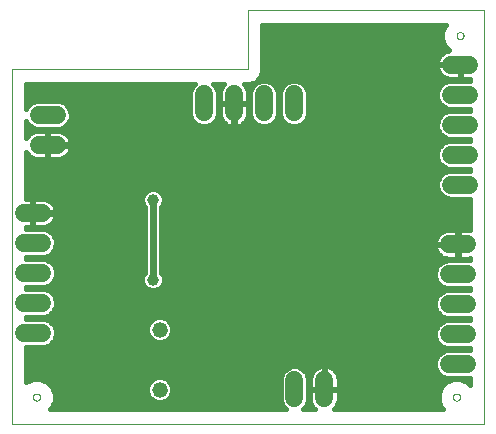
<source format=gbl>
G75*
%MOIN*%
%OFA0B0*%
%FSLAX25Y25*%
%IPPOS*%
%LPD*%
%AMOC8*
5,1,8,0,0,1.08239X$1,22.5*
%
%ADD10C,0.00000*%
%ADD11C,0.06000*%
%ADD12C,0.05200*%
%ADD13C,0.01600*%
%ADD14C,0.03962*%
%ADD15C,0.02400*%
D10*
X0002092Y0002201D02*
X0002092Y0120311D01*
X0080832Y0120311D01*
X0080832Y0139996D01*
X0159572Y0139996D01*
X0159572Y0002201D01*
X0002092Y0002201D01*
X0009179Y0011059D02*
X0009181Y0011128D01*
X0009187Y0011196D01*
X0009197Y0011264D01*
X0009211Y0011331D01*
X0009229Y0011398D01*
X0009250Y0011463D01*
X0009276Y0011527D01*
X0009305Y0011589D01*
X0009337Y0011649D01*
X0009373Y0011708D01*
X0009413Y0011764D01*
X0009455Y0011818D01*
X0009501Y0011869D01*
X0009550Y0011918D01*
X0009601Y0011964D01*
X0009655Y0012006D01*
X0009711Y0012046D01*
X0009769Y0012082D01*
X0009830Y0012114D01*
X0009892Y0012143D01*
X0009956Y0012169D01*
X0010021Y0012190D01*
X0010088Y0012208D01*
X0010155Y0012222D01*
X0010223Y0012232D01*
X0010291Y0012238D01*
X0010360Y0012240D01*
X0010429Y0012238D01*
X0010497Y0012232D01*
X0010565Y0012222D01*
X0010632Y0012208D01*
X0010699Y0012190D01*
X0010764Y0012169D01*
X0010828Y0012143D01*
X0010890Y0012114D01*
X0010950Y0012082D01*
X0011009Y0012046D01*
X0011065Y0012006D01*
X0011119Y0011964D01*
X0011170Y0011918D01*
X0011219Y0011869D01*
X0011265Y0011818D01*
X0011307Y0011764D01*
X0011347Y0011708D01*
X0011383Y0011649D01*
X0011415Y0011589D01*
X0011444Y0011527D01*
X0011470Y0011463D01*
X0011491Y0011398D01*
X0011509Y0011331D01*
X0011523Y0011264D01*
X0011533Y0011196D01*
X0011539Y0011128D01*
X0011541Y0011059D01*
X0011539Y0010990D01*
X0011533Y0010922D01*
X0011523Y0010854D01*
X0011509Y0010787D01*
X0011491Y0010720D01*
X0011470Y0010655D01*
X0011444Y0010591D01*
X0011415Y0010529D01*
X0011383Y0010468D01*
X0011347Y0010410D01*
X0011307Y0010354D01*
X0011265Y0010300D01*
X0011219Y0010249D01*
X0011170Y0010200D01*
X0011119Y0010154D01*
X0011065Y0010112D01*
X0011009Y0010072D01*
X0010951Y0010036D01*
X0010890Y0010004D01*
X0010828Y0009975D01*
X0010764Y0009949D01*
X0010699Y0009928D01*
X0010632Y0009910D01*
X0010565Y0009896D01*
X0010497Y0009886D01*
X0010429Y0009880D01*
X0010360Y0009878D01*
X0010291Y0009880D01*
X0010223Y0009886D01*
X0010155Y0009896D01*
X0010088Y0009910D01*
X0010021Y0009928D01*
X0009956Y0009949D01*
X0009892Y0009975D01*
X0009830Y0010004D01*
X0009769Y0010036D01*
X0009711Y0010072D01*
X0009655Y0010112D01*
X0009601Y0010154D01*
X0009550Y0010200D01*
X0009501Y0010249D01*
X0009455Y0010300D01*
X0009413Y0010354D01*
X0009373Y0010410D01*
X0009337Y0010468D01*
X0009305Y0010529D01*
X0009276Y0010591D01*
X0009250Y0010655D01*
X0009229Y0010720D01*
X0009211Y0010787D01*
X0009197Y0010854D01*
X0009187Y0010922D01*
X0009181Y0010990D01*
X0009179Y0011059D01*
X0149139Y0011059D02*
X0149141Y0011128D01*
X0149147Y0011196D01*
X0149157Y0011264D01*
X0149171Y0011331D01*
X0149189Y0011398D01*
X0149210Y0011463D01*
X0149236Y0011527D01*
X0149265Y0011589D01*
X0149297Y0011649D01*
X0149333Y0011708D01*
X0149373Y0011764D01*
X0149415Y0011818D01*
X0149461Y0011869D01*
X0149510Y0011918D01*
X0149561Y0011964D01*
X0149615Y0012006D01*
X0149671Y0012046D01*
X0149729Y0012082D01*
X0149790Y0012114D01*
X0149852Y0012143D01*
X0149916Y0012169D01*
X0149981Y0012190D01*
X0150048Y0012208D01*
X0150115Y0012222D01*
X0150183Y0012232D01*
X0150251Y0012238D01*
X0150320Y0012240D01*
X0150389Y0012238D01*
X0150457Y0012232D01*
X0150525Y0012222D01*
X0150592Y0012208D01*
X0150659Y0012190D01*
X0150724Y0012169D01*
X0150788Y0012143D01*
X0150850Y0012114D01*
X0150910Y0012082D01*
X0150969Y0012046D01*
X0151025Y0012006D01*
X0151079Y0011964D01*
X0151130Y0011918D01*
X0151179Y0011869D01*
X0151225Y0011818D01*
X0151267Y0011764D01*
X0151307Y0011708D01*
X0151343Y0011649D01*
X0151375Y0011589D01*
X0151404Y0011527D01*
X0151430Y0011463D01*
X0151451Y0011398D01*
X0151469Y0011331D01*
X0151483Y0011264D01*
X0151493Y0011196D01*
X0151499Y0011128D01*
X0151501Y0011059D01*
X0151499Y0010990D01*
X0151493Y0010922D01*
X0151483Y0010854D01*
X0151469Y0010787D01*
X0151451Y0010720D01*
X0151430Y0010655D01*
X0151404Y0010591D01*
X0151375Y0010529D01*
X0151343Y0010468D01*
X0151307Y0010410D01*
X0151267Y0010354D01*
X0151225Y0010300D01*
X0151179Y0010249D01*
X0151130Y0010200D01*
X0151079Y0010154D01*
X0151025Y0010112D01*
X0150969Y0010072D01*
X0150911Y0010036D01*
X0150850Y0010004D01*
X0150788Y0009975D01*
X0150724Y0009949D01*
X0150659Y0009928D01*
X0150592Y0009910D01*
X0150525Y0009896D01*
X0150457Y0009886D01*
X0150389Y0009880D01*
X0150320Y0009878D01*
X0150251Y0009880D01*
X0150183Y0009886D01*
X0150115Y0009896D01*
X0150048Y0009910D01*
X0149981Y0009928D01*
X0149916Y0009949D01*
X0149852Y0009975D01*
X0149790Y0010004D01*
X0149729Y0010036D01*
X0149671Y0010072D01*
X0149615Y0010112D01*
X0149561Y0010154D01*
X0149510Y0010200D01*
X0149461Y0010249D01*
X0149415Y0010300D01*
X0149373Y0010354D01*
X0149333Y0010410D01*
X0149297Y0010468D01*
X0149265Y0010529D01*
X0149236Y0010591D01*
X0149210Y0010655D01*
X0149189Y0010720D01*
X0149171Y0010787D01*
X0149157Y0010854D01*
X0149147Y0010922D01*
X0149141Y0010990D01*
X0149139Y0011059D01*
X0150321Y0131531D02*
X0150323Y0131600D01*
X0150329Y0131668D01*
X0150339Y0131736D01*
X0150353Y0131803D01*
X0150371Y0131870D01*
X0150392Y0131935D01*
X0150418Y0131999D01*
X0150447Y0132061D01*
X0150479Y0132121D01*
X0150515Y0132180D01*
X0150555Y0132236D01*
X0150597Y0132290D01*
X0150643Y0132341D01*
X0150692Y0132390D01*
X0150743Y0132436D01*
X0150797Y0132478D01*
X0150853Y0132518D01*
X0150911Y0132554D01*
X0150972Y0132586D01*
X0151034Y0132615D01*
X0151098Y0132641D01*
X0151163Y0132662D01*
X0151230Y0132680D01*
X0151297Y0132694D01*
X0151365Y0132704D01*
X0151433Y0132710D01*
X0151502Y0132712D01*
X0151571Y0132710D01*
X0151639Y0132704D01*
X0151707Y0132694D01*
X0151774Y0132680D01*
X0151841Y0132662D01*
X0151906Y0132641D01*
X0151970Y0132615D01*
X0152032Y0132586D01*
X0152092Y0132554D01*
X0152151Y0132518D01*
X0152207Y0132478D01*
X0152261Y0132436D01*
X0152312Y0132390D01*
X0152361Y0132341D01*
X0152407Y0132290D01*
X0152449Y0132236D01*
X0152489Y0132180D01*
X0152525Y0132121D01*
X0152557Y0132061D01*
X0152586Y0131999D01*
X0152612Y0131935D01*
X0152633Y0131870D01*
X0152651Y0131803D01*
X0152665Y0131736D01*
X0152675Y0131668D01*
X0152681Y0131600D01*
X0152683Y0131531D01*
X0152681Y0131462D01*
X0152675Y0131394D01*
X0152665Y0131326D01*
X0152651Y0131259D01*
X0152633Y0131192D01*
X0152612Y0131127D01*
X0152586Y0131063D01*
X0152557Y0131001D01*
X0152525Y0130940D01*
X0152489Y0130882D01*
X0152449Y0130826D01*
X0152407Y0130772D01*
X0152361Y0130721D01*
X0152312Y0130672D01*
X0152261Y0130626D01*
X0152207Y0130584D01*
X0152151Y0130544D01*
X0152093Y0130508D01*
X0152032Y0130476D01*
X0151970Y0130447D01*
X0151906Y0130421D01*
X0151841Y0130400D01*
X0151774Y0130382D01*
X0151707Y0130368D01*
X0151639Y0130358D01*
X0151571Y0130352D01*
X0151502Y0130350D01*
X0151433Y0130352D01*
X0151365Y0130358D01*
X0151297Y0130368D01*
X0151230Y0130382D01*
X0151163Y0130400D01*
X0151098Y0130421D01*
X0151034Y0130447D01*
X0150972Y0130476D01*
X0150911Y0130508D01*
X0150853Y0130544D01*
X0150797Y0130584D01*
X0150743Y0130626D01*
X0150692Y0130672D01*
X0150643Y0130721D01*
X0150597Y0130772D01*
X0150555Y0130826D01*
X0150515Y0130882D01*
X0150479Y0130940D01*
X0150447Y0131001D01*
X0150418Y0131063D01*
X0150392Y0131127D01*
X0150371Y0131192D01*
X0150353Y0131259D01*
X0150339Y0131326D01*
X0150329Y0131394D01*
X0150323Y0131462D01*
X0150321Y0131531D01*
D11*
X0148541Y0121846D02*
X0154541Y0121846D01*
X0154541Y0111846D02*
X0148541Y0111846D01*
X0148541Y0101846D02*
X0154541Y0101846D01*
X0154541Y0091846D02*
X0148541Y0091846D01*
X0148541Y0081846D02*
X0154541Y0081846D01*
X0153832Y0062004D02*
X0147832Y0062004D01*
X0147832Y0052004D02*
X0153832Y0052004D01*
X0153832Y0042004D02*
X0147832Y0042004D01*
X0147832Y0032004D02*
X0153832Y0032004D01*
X0153832Y0022004D02*
X0147832Y0022004D01*
X0106265Y0016657D02*
X0106265Y0010657D01*
X0096265Y0010657D02*
X0096265Y0016657D01*
X0012100Y0032437D02*
X0006100Y0032437D01*
X0006100Y0042437D02*
X0012100Y0042437D01*
X0012100Y0052437D02*
X0006100Y0052437D01*
X0006100Y0062437D02*
X0012100Y0062437D01*
X0012100Y0072437D02*
X0006100Y0072437D01*
X0011061Y0095075D02*
X0017061Y0095075D01*
X0017061Y0105075D02*
X0011061Y0105075D01*
X0066147Y0105933D02*
X0066147Y0111933D01*
X0076147Y0111933D02*
X0076147Y0105933D01*
X0086147Y0105933D02*
X0086147Y0111933D01*
X0096147Y0111933D02*
X0096147Y0105933D01*
D12*
X0051423Y0033500D03*
X0051423Y0013500D03*
D13*
X0047584Y0011792D02*
X0016341Y0011792D01*
X0016341Y0012249D02*
X0015430Y0014447D01*
X0013748Y0016130D01*
X0011550Y0017040D01*
X0009170Y0017040D01*
X0006972Y0016130D01*
X0006892Y0016050D01*
X0006892Y0027837D01*
X0013015Y0027837D01*
X0014706Y0028537D01*
X0016000Y0029831D01*
X0016700Y0031522D01*
X0016700Y0033352D01*
X0016000Y0035043D01*
X0014706Y0036337D01*
X0013015Y0037037D01*
X0006892Y0037037D01*
X0006892Y0037837D01*
X0013015Y0037837D01*
X0014706Y0038537D01*
X0016000Y0039831D01*
X0016700Y0041522D01*
X0016700Y0043352D01*
X0016000Y0045043D01*
X0014706Y0046337D01*
X0013015Y0047037D01*
X0006892Y0047037D01*
X0006892Y0047837D01*
X0013015Y0047837D01*
X0014706Y0048537D01*
X0016000Y0049831D01*
X0016700Y0051522D01*
X0016700Y0053352D01*
X0016000Y0055043D01*
X0014706Y0056337D01*
X0013015Y0057037D01*
X0006892Y0057037D01*
X0006892Y0057837D01*
X0013015Y0057837D01*
X0014706Y0058537D01*
X0016000Y0059831D01*
X0016700Y0061522D01*
X0016700Y0063352D01*
X0016000Y0065043D01*
X0014706Y0066337D01*
X0013015Y0067037D01*
X0006892Y0067037D01*
X0006892Y0067637D01*
X0008900Y0067637D01*
X0008900Y0072237D01*
X0009300Y0072237D01*
X0009300Y0067637D01*
X0012478Y0067637D01*
X0013224Y0067755D01*
X0013943Y0067989D01*
X0014616Y0068332D01*
X0015227Y0068776D01*
X0015761Y0069310D01*
X0016205Y0069921D01*
X0016548Y0070594D01*
X0016782Y0071313D01*
X0016900Y0072059D01*
X0016900Y0072237D01*
X0009300Y0072237D01*
X0009300Y0072637D01*
X0016900Y0072637D01*
X0016900Y0072815D01*
X0016782Y0073561D01*
X0016548Y0074280D01*
X0016205Y0074953D01*
X0015761Y0075564D01*
X0015227Y0076098D01*
X0014616Y0076542D01*
X0013943Y0076885D01*
X0013224Y0077119D01*
X0012478Y0077237D01*
X0009300Y0077237D01*
X0009300Y0072637D01*
X0008900Y0072637D01*
X0008900Y0077237D01*
X0006892Y0077237D01*
X0006892Y0092683D01*
X0006955Y0092559D01*
X0007399Y0091948D01*
X0007934Y0091414D01*
X0008545Y0090969D01*
X0009218Y0090626D01*
X0009937Y0090393D01*
X0010683Y0090275D01*
X0013861Y0090275D01*
X0013861Y0094875D01*
X0014261Y0094875D01*
X0014261Y0095275D01*
X0021861Y0095275D01*
X0021861Y0095453D01*
X0021742Y0096199D01*
X0021509Y0096917D01*
X0021166Y0097591D01*
X0020722Y0098202D01*
X0020188Y0098736D01*
X0019576Y0099180D01*
X0018903Y0099523D01*
X0018185Y0099757D01*
X0017438Y0099875D01*
X0014261Y0099875D01*
X0014261Y0095275D01*
X0013861Y0095275D01*
X0013861Y0099875D01*
X0010683Y0099875D01*
X0009937Y0099757D01*
X0009218Y0099523D01*
X0008545Y0099180D01*
X0007934Y0098736D01*
X0007399Y0098202D01*
X0006955Y0097591D01*
X0006892Y0097467D01*
X0006892Y0103118D01*
X0007161Y0102469D01*
X0008455Y0101175D01*
X0010146Y0100475D01*
X0017976Y0100475D01*
X0019666Y0101175D01*
X0020960Y0102469D01*
X0021661Y0104160D01*
X0021661Y0105990D01*
X0020960Y0107680D01*
X0019666Y0108974D01*
X0017976Y0109675D01*
X0010146Y0109675D01*
X0008455Y0108974D01*
X0007161Y0107680D01*
X0006892Y0107031D01*
X0006892Y0115511D01*
X0063220Y0115511D01*
X0062248Y0114539D01*
X0061547Y0112848D01*
X0061547Y0105018D01*
X0062248Y0103327D01*
X0063542Y0102033D01*
X0065232Y0101333D01*
X0067062Y0101333D01*
X0068753Y0102033D01*
X0070047Y0103327D01*
X0070747Y0105018D01*
X0070747Y0112848D01*
X0070047Y0114539D01*
X0069075Y0115511D01*
X0072937Y0115511D01*
X0072486Y0115060D01*
X0072042Y0114449D01*
X0071699Y0113776D01*
X0071465Y0113057D01*
X0071347Y0112311D01*
X0071347Y0109133D01*
X0075947Y0109133D01*
X0075947Y0108733D01*
X0071347Y0108733D01*
X0071347Y0105555D01*
X0071465Y0104809D01*
X0071699Y0104091D01*
X0072042Y0103417D01*
X0072486Y0102806D01*
X0073020Y0102272D01*
X0073631Y0101828D01*
X0074305Y0101485D01*
X0075023Y0101251D01*
X0075769Y0101133D01*
X0075947Y0101133D01*
X0075947Y0108733D01*
X0076347Y0108733D01*
X0076347Y0101133D01*
X0076525Y0101133D01*
X0077271Y0101251D01*
X0077990Y0101485D01*
X0078663Y0101828D01*
X0079274Y0102272D01*
X0079808Y0102806D01*
X0080253Y0103417D01*
X0080596Y0104091D01*
X0080829Y0104809D01*
X0080947Y0105555D01*
X0080947Y0108733D01*
X0076347Y0108733D01*
X0076347Y0109133D01*
X0080947Y0109133D01*
X0080947Y0112311D01*
X0080829Y0113057D01*
X0080596Y0113776D01*
X0080253Y0114449D01*
X0079808Y0115060D01*
X0079357Y0115511D01*
X0081787Y0115511D01*
X0083551Y0116242D01*
X0084902Y0117592D01*
X0085632Y0119356D01*
X0085632Y0135196D01*
X0146708Y0135196D01*
X0146431Y0134920D01*
X0145520Y0132721D01*
X0145520Y0130342D01*
X0146431Y0128143D01*
X0147960Y0126614D01*
X0147417Y0126528D01*
X0146698Y0126295D01*
X0146025Y0125952D01*
X0145414Y0125508D01*
X0144880Y0124973D01*
X0144436Y0124362D01*
X0144093Y0123689D01*
X0143859Y0122970D01*
X0143741Y0122224D01*
X0143741Y0122046D01*
X0151341Y0122046D01*
X0151341Y0121646D01*
X0151741Y0121646D01*
X0151741Y0117046D01*
X0154772Y0117046D01*
X0154772Y0116446D01*
X0147626Y0116446D01*
X0145935Y0115746D01*
X0144641Y0114452D01*
X0143941Y0112761D01*
X0143941Y0110931D01*
X0144641Y0109241D01*
X0145935Y0107947D01*
X0147626Y0107246D01*
X0154772Y0107246D01*
X0154772Y0106446D01*
X0147626Y0106446D01*
X0145935Y0105746D01*
X0144641Y0104452D01*
X0143941Y0102761D01*
X0143941Y0100931D01*
X0144641Y0099241D01*
X0145935Y0097947D01*
X0147626Y0097246D01*
X0154772Y0097246D01*
X0154772Y0096446D01*
X0147626Y0096446D01*
X0145935Y0095746D01*
X0144641Y0094452D01*
X0143941Y0092761D01*
X0143941Y0090931D01*
X0144641Y0089241D01*
X0145935Y0087947D01*
X0147626Y0087246D01*
X0154772Y0087246D01*
X0154772Y0086446D01*
X0147626Y0086446D01*
X0145935Y0085746D01*
X0144641Y0084452D01*
X0143941Y0082761D01*
X0143941Y0080931D01*
X0144641Y0079241D01*
X0145935Y0077947D01*
X0147626Y0077246D01*
X0154772Y0077246D01*
X0154772Y0066715D01*
X0154210Y0066804D01*
X0151032Y0066804D01*
X0151032Y0062204D01*
X0150632Y0062204D01*
X0150632Y0061804D01*
X0143032Y0061804D01*
X0143032Y0061626D01*
X0143150Y0060880D01*
X0143384Y0060161D01*
X0143727Y0059488D01*
X0144171Y0058877D01*
X0144705Y0058343D01*
X0145317Y0057899D01*
X0145990Y0057556D01*
X0146708Y0057322D01*
X0147455Y0057204D01*
X0150632Y0057204D01*
X0150632Y0061804D01*
X0151032Y0061804D01*
X0151032Y0057204D01*
X0154210Y0057204D01*
X0154772Y0057293D01*
X0154772Y0056593D01*
X0154747Y0056604D01*
X0146917Y0056604D01*
X0145227Y0055904D01*
X0143933Y0054610D01*
X0143232Y0052919D01*
X0143232Y0051089D01*
X0143933Y0049398D01*
X0145227Y0048104D01*
X0146917Y0047404D01*
X0154747Y0047404D01*
X0154772Y0047414D01*
X0154772Y0046593D01*
X0154747Y0046604D01*
X0146917Y0046604D01*
X0145227Y0045904D01*
X0143933Y0044610D01*
X0143232Y0042919D01*
X0143232Y0041089D01*
X0143933Y0039398D01*
X0145227Y0038104D01*
X0146917Y0037404D01*
X0154747Y0037404D01*
X0154772Y0037414D01*
X0154772Y0036593D01*
X0154747Y0036604D01*
X0146917Y0036604D01*
X0145227Y0035904D01*
X0143933Y0034610D01*
X0143232Y0032919D01*
X0143232Y0031089D01*
X0143933Y0029398D01*
X0145227Y0028104D01*
X0146917Y0027404D01*
X0154747Y0027404D01*
X0154772Y0027414D01*
X0154772Y0026593D01*
X0154747Y0026604D01*
X0146917Y0026604D01*
X0145227Y0025904D01*
X0143933Y0024610D01*
X0143232Y0022919D01*
X0143232Y0021089D01*
X0143933Y0019398D01*
X0145227Y0018104D01*
X0146917Y0017404D01*
X0154747Y0017404D01*
X0154772Y0017414D01*
X0154772Y0015066D01*
X0153708Y0016130D01*
X0151510Y0017040D01*
X0149131Y0017040D01*
X0146932Y0016130D01*
X0145250Y0014447D01*
X0144339Y0012249D01*
X0144339Y0009869D01*
X0145250Y0007671D01*
X0145920Y0007001D01*
X0109397Y0007001D01*
X0109927Y0007530D01*
X0110371Y0008142D01*
X0110714Y0008815D01*
X0110947Y0009533D01*
X0111065Y0010280D01*
X0111065Y0013457D01*
X0106465Y0013457D01*
X0106465Y0013857D01*
X0111065Y0013857D01*
X0111065Y0017035D01*
X0110947Y0017781D01*
X0110714Y0018500D01*
X0110371Y0019173D01*
X0109927Y0019784D01*
X0143773Y0019784D01*
X0145145Y0018186D02*
X0110816Y0018186D01*
X0111065Y0016587D02*
X0148038Y0016587D01*
X0145792Y0014989D02*
X0111065Y0014989D01*
X0111065Y0013390D02*
X0144812Y0013390D01*
X0144339Y0011792D02*
X0111065Y0011792D01*
X0111052Y0010193D02*
X0144339Y0010193D01*
X0144867Y0008595D02*
X0110602Y0008595D01*
X0106065Y0013457D02*
X0101465Y0013457D01*
X0101465Y0010280D01*
X0101584Y0009533D01*
X0101817Y0008815D01*
X0102160Y0008142D01*
X0102604Y0007530D01*
X0103134Y0007001D01*
X0099114Y0007001D01*
X0100165Y0008052D01*
X0100865Y0009742D01*
X0100865Y0017572D01*
X0100165Y0019263D01*
X0098871Y0020557D01*
X0097180Y0021257D01*
X0095350Y0021257D01*
X0093660Y0020557D01*
X0092366Y0019263D01*
X0091665Y0017572D01*
X0091665Y0009742D01*
X0092366Y0008052D01*
X0093417Y0007001D01*
X0014760Y0007001D01*
X0015430Y0007671D01*
X0016341Y0009869D01*
X0016341Y0012249D01*
X0015868Y0013390D02*
X0047223Y0013390D01*
X0047223Y0012665D02*
X0047862Y0011121D01*
X0049044Y0009939D01*
X0050587Y0009300D01*
X0052258Y0009300D01*
X0053802Y0009939D01*
X0054983Y0011121D01*
X0055623Y0012665D01*
X0055623Y0014335D01*
X0054983Y0015879D01*
X0053802Y0017061D01*
X0052258Y0017700D01*
X0050587Y0017700D01*
X0049044Y0017061D01*
X0047862Y0015879D01*
X0047223Y0014335D01*
X0047223Y0012665D01*
X0048790Y0010193D02*
X0016341Y0010193D01*
X0015813Y0008595D02*
X0092141Y0008595D01*
X0091665Y0010193D02*
X0054056Y0010193D01*
X0055261Y0011792D02*
X0091665Y0011792D01*
X0091665Y0013390D02*
X0055623Y0013390D01*
X0055352Y0014989D02*
X0091665Y0014989D01*
X0091665Y0016587D02*
X0054275Y0016587D01*
X0048571Y0016587D02*
X0012643Y0016587D01*
X0014889Y0014989D02*
X0047494Y0014989D01*
X0050587Y0029300D02*
X0052258Y0029300D01*
X0053802Y0029939D01*
X0054983Y0031121D01*
X0055623Y0032665D01*
X0055623Y0034335D01*
X0054983Y0035879D01*
X0053802Y0037061D01*
X0052258Y0037700D01*
X0050587Y0037700D01*
X0049044Y0037061D01*
X0047862Y0035879D01*
X0047223Y0034335D01*
X0047223Y0032665D01*
X0047862Y0031121D01*
X0049044Y0029939D01*
X0050587Y0029300D01*
X0050405Y0029375D02*
X0015544Y0029375D01*
X0016473Y0030974D02*
X0048009Y0030974D01*
X0047261Y0032573D02*
X0016700Y0032573D01*
X0016361Y0034171D02*
X0047223Y0034171D01*
X0047817Y0035770D02*
X0015273Y0035770D01*
X0015135Y0038967D02*
X0144364Y0038967D01*
X0143449Y0040565D02*
X0016304Y0040565D01*
X0016700Y0042164D02*
X0143232Y0042164D01*
X0143582Y0043762D02*
X0016530Y0043762D01*
X0015682Y0045361D02*
X0144684Y0045361D01*
X0144773Y0048558D02*
X0052322Y0048558D01*
X0052175Y0048204D02*
X0052720Y0049520D01*
X0052720Y0050945D01*
X0052175Y0052261D01*
X0051939Y0052497D01*
X0051939Y0074543D01*
X0052175Y0074779D01*
X0052720Y0076095D01*
X0052720Y0077519D01*
X0052175Y0078836D01*
X0051168Y0079843D01*
X0049852Y0080388D01*
X0048427Y0080388D01*
X0047111Y0079843D01*
X0046103Y0078836D01*
X0045558Y0077519D01*
X0045558Y0076095D01*
X0046103Y0074779D01*
X0046339Y0074543D01*
X0046339Y0052497D01*
X0046103Y0052261D01*
X0045558Y0050945D01*
X0045558Y0049520D01*
X0046103Y0048204D01*
X0047111Y0047196D01*
X0048427Y0046651D01*
X0049852Y0046651D01*
X0051168Y0047196D01*
X0052175Y0048204D01*
X0050595Y0046959D02*
X0154772Y0046959D01*
X0146788Y0056550D02*
X0051939Y0056550D01*
X0051939Y0054952D02*
X0144275Y0054952D01*
X0143412Y0053353D02*
X0051939Y0053353D01*
X0052385Y0051755D02*
X0143232Y0051755D01*
X0143619Y0050156D02*
X0052720Y0050156D01*
X0047684Y0046959D02*
X0013203Y0046959D01*
X0014726Y0048558D02*
X0045957Y0048558D01*
X0045558Y0050156D02*
X0016134Y0050156D01*
X0016700Y0051755D02*
X0045894Y0051755D01*
X0046339Y0053353D02*
X0016700Y0053353D01*
X0016037Y0054952D02*
X0046339Y0054952D01*
X0046339Y0056550D02*
X0014190Y0056550D01*
X0013767Y0058149D02*
X0046339Y0058149D01*
X0046339Y0059747D02*
X0015916Y0059747D01*
X0016627Y0061346D02*
X0046339Y0061346D01*
X0046339Y0062944D02*
X0016700Y0062944D01*
X0016207Y0064543D02*
X0046339Y0064543D01*
X0046339Y0066141D02*
X0014901Y0066141D01*
X0013126Y0067740D02*
X0046339Y0067740D01*
X0046339Y0069338D02*
X0015782Y0069338D01*
X0016660Y0070937D02*
X0046339Y0070937D01*
X0046339Y0072535D02*
X0009300Y0072535D01*
X0009300Y0070937D02*
X0008900Y0070937D01*
X0008900Y0069338D02*
X0009300Y0069338D01*
X0009300Y0067740D02*
X0008900Y0067740D01*
X0008900Y0074134D02*
X0009300Y0074134D01*
X0009300Y0075732D02*
X0008900Y0075732D01*
X0006892Y0077331D02*
X0045558Y0077331D01*
X0045708Y0075732D02*
X0015593Y0075732D01*
X0016596Y0074134D02*
X0046339Y0074134D01*
X0046197Y0078929D02*
X0006892Y0078929D01*
X0006892Y0080528D02*
X0144108Y0080528D01*
X0143941Y0082126D02*
X0006892Y0082126D01*
X0006892Y0083725D02*
X0144340Y0083725D01*
X0145512Y0085323D02*
X0006892Y0085323D01*
X0006892Y0086922D02*
X0154772Y0086922D01*
X0145362Y0088520D02*
X0006892Y0088520D01*
X0006892Y0090119D02*
X0144277Y0090119D01*
X0143941Y0091717D02*
X0020491Y0091717D01*
X0020722Y0091948D02*
X0021166Y0092559D01*
X0021509Y0093232D01*
X0021742Y0093951D01*
X0021861Y0094697D01*
X0021861Y0094875D01*
X0014261Y0094875D01*
X0014261Y0090275D01*
X0017438Y0090275D01*
X0018185Y0090393D01*
X0018903Y0090626D01*
X0019576Y0090969D01*
X0020188Y0091414D01*
X0020722Y0091948D01*
X0021536Y0093316D02*
X0144171Y0093316D01*
X0145104Y0094914D02*
X0014261Y0094914D01*
X0014261Y0093316D02*
X0013861Y0093316D01*
X0013861Y0091717D02*
X0014261Y0091717D01*
X0014261Y0096513D02*
X0013861Y0096513D01*
X0013861Y0098111D02*
X0014261Y0098111D01*
X0014261Y0099710D02*
X0013861Y0099710D01*
X0009793Y0099710D02*
X0006892Y0099710D01*
X0006892Y0101308D02*
X0008322Y0101308D01*
X0006980Y0102907D02*
X0006892Y0102907D01*
X0006892Y0098111D02*
X0007334Y0098111D01*
X0007630Y0091717D02*
X0006892Y0091717D01*
X0018328Y0099710D02*
X0144447Y0099710D01*
X0143941Y0101308D02*
X0077447Y0101308D01*
X0076347Y0101308D02*
X0075947Y0101308D01*
X0074847Y0101308D02*
X0019800Y0101308D01*
X0021142Y0102907D02*
X0062668Y0102907D01*
X0061760Y0104506D02*
X0021661Y0104506D01*
X0021613Y0106104D02*
X0061547Y0106104D01*
X0061547Y0107703D02*
X0020938Y0107703D01*
X0018878Y0109301D02*
X0061547Y0109301D01*
X0061547Y0110900D02*
X0006892Y0110900D01*
X0006892Y0112498D02*
X0061547Y0112498D01*
X0062064Y0114097D02*
X0006892Y0114097D01*
X0006892Y0109301D02*
X0009243Y0109301D01*
X0007183Y0107703D02*
X0006892Y0107703D01*
X0020787Y0098111D02*
X0145771Y0098111D01*
X0144001Y0102907D02*
X0099627Y0102907D01*
X0100047Y0103327D02*
X0100747Y0105018D01*
X0100747Y0112848D01*
X0100047Y0114539D01*
X0098753Y0115833D01*
X0097062Y0116533D01*
X0095232Y0116533D01*
X0093542Y0115833D01*
X0092248Y0114539D01*
X0091547Y0112848D01*
X0091547Y0105018D01*
X0092248Y0103327D01*
X0093542Y0102033D01*
X0095232Y0101333D01*
X0097062Y0101333D01*
X0098753Y0102033D01*
X0100047Y0103327D01*
X0100535Y0104506D02*
X0144695Y0104506D01*
X0146799Y0106104D02*
X0100747Y0106104D01*
X0100747Y0107703D02*
X0146525Y0107703D01*
X0144616Y0109301D02*
X0100747Y0109301D01*
X0100747Y0110900D02*
X0143954Y0110900D01*
X0143941Y0112498D02*
X0100747Y0112498D01*
X0100230Y0114097D02*
X0144494Y0114097D01*
X0145884Y0115695D02*
X0098891Y0115695D01*
X0093404Y0115695D02*
X0088891Y0115695D01*
X0088753Y0115833D02*
X0090047Y0114539D01*
X0090747Y0112848D01*
X0090747Y0105018D01*
X0090047Y0103327D01*
X0088753Y0102033D01*
X0087062Y0101333D01*
X0085232Y0101333D01*
X0083542Y0102033D01*
X0082248Y0103327D01*
X0081547Y0105018D01*
X0081547Y0112848D01*
X0082248Y0114539D01*
X0083542Y0115833D01*
X0085232Y0116533D01*
X0087062Y0116533D01*
X0088753Y0115833D01*
X0090230Y0114097D02*
X0092064Y0114097D01*
X0091547Y0112498D02*
X0090747Y0112498D01*
X0090747Y0110900D02*
X0091547Y0110900D01*
X0091547Y0109301D02*
X0090747Y0109301D01*
X0090747Y0107703D02*
X0091547Y0107703D01*
X0091547Y0106104D02*
X0090747Y0106104D01*
X0090535Y0104506D02*
X0091760Y0104506D01*
X0092668Y0102907D02*
X0089627Y0102907D01*
X0082668Y0102907D02*
X0079882Y0102907D01*
X0080730Y0104506D02*
X0081760Y0104506D01*
X0081547Y0106104D02*
X0080947Y0106104D01*
X0080947Y0107703D02*
X0081547Y0107703D01*
X0081547Y0109301D02*
X0080947Y0109301D01*
X0080947Y0110900D02*
X0081547Y0110900D01*
X0081547Y0112498D02*
X0080918Y0112498D01*
X0080432Y0114097D02*
X0082064Y0114097D01*
X0082231Y0115695D02*
X0083404Y0115695D01*
X0084603Y0117294D02*
X0147020Y0117294D01*
X0146698Y0117398D02*
X0147417Y0117165D01*
X0148163Y0117046D01*
X0151341Y0117046D01*
X0151341Y0121646D01*
X0143741Y0121646D01*
X0143741Y0121469D01*
X0143859Y0120722D01*
X0144093Y0120004D01*
X0144436Y0119331D01*
X0144880Y0118719D01*
X0145414Y0118185D01*
X0146025Y0117741D01*
X0146698Y0117398D01*
X0144754Y0118892D02*
X0085440Y0118892D01*
X0085632Y0120491D02*
X0143934Y0120491D01*
X0143741Y0122089D02*
X0085632Y0122089D01*
X0085632Y0123688D02*
X0144092Y0123688D01*
X0145192Y0125286D02*
X0085632Y0125286D01*
X0085632Y0126885D02*
X0147690Y0126885D01*
X0146290Y0128483D02*
X0085632Y0128483D01*
X0085632Y0130082D02*
X0145628Y0130082D01*
X0145520Y0131680D02*
X0085632Y0131680D01*
X0085632Y0133279D02*
X0145751Y0133279D01*
X0146414Y0134877D02*
X0085632Y0134877D01*
X0071862Y0114097D02*
X0070230Y0114097D01*
X0070747Y0112498D02*
X0071377Y0112498D01*
X0071347Y0110900D02*
X0070747Y0110900D01*
X0070747Y0109301D02*
X0071347Y0109301D01*
X0071347Y0107703D02*
X0070747Y0107703D01*
X0070747Y0106104D02*
X0071347Y0106104D01*
X0071564Y0104506D02*
X0070535Y0104506D01*
X0069627Y0102907D02*
X0072413Y0102907D01*
X0075947Y0102907D02*
X0076347Y0102907D01*
X0076347Y0104506D02*
X0075947Y0104506D01*
X0075947Y0106104D02*
X0076347Y0106104D01*
X0076347Y0107703D02*
X0075947Y0107703D01*
X0052082Y0078929D02*
X0144953Y0078929D01*
X0147422Y0077331D02*
X0052720Y0077331D01*
X0052570Y0075732D02*
X0154772Y0075732D01*
X0154772Y0074134D02*
X0051939Y0074134D01*
X0051939Y0072535D02*
X0154772Y0072535D01*
X0154772Y0070937D02*
X0051939Y0070937D01*
X0051939Y0069338D02*
X0154772Y0069338D01*
X0154772Y0067740D02*
X0051939Y0067740D01*
X0051939Y0066141D02*
X0145379Y0066141D01*
X0145317Y0066109D02*
X0144705Y0065665D01*
X0144171Y0065131D01*
X0143727Y0064520D01*
X0143384Y0063846D01*
X0143150Y0063128D01*
X0143032Y0062382D01*
X0143032Y0062204D01*
X0150632Y0062204D01*
X0150632Y0066804D01*
X0147455Y0066804D01*
X0146708Y0066686D01*
X0145990Y0066452D01*
X0145317Y0066109D01*
X0143744Y0064543D02*
X0051939Y0064543D01*
X0051939Y0062944D02*
X0143121Y0062944D01*
X0143077Y0061346D02*
X0051939Y0061346D01*
X0051939Y0059747D02*
X0143595Y0059747D01*
X0144972Y0058149D02*
X0051939Y0058149D01*
X0053060Y0037368D02*
X0154772Y0037368D01*
X0145092Y0035770D02*
X0055029Y0035770D01*
X0055623Y0034171D02*
X0143751Y0034171D01*
X0143232Y0032573D02*
X0055585Y0032573D01*
X0054837Y0030974D02*
X0143280Y0030974D01*
X0143955Y0029375D02*
X0052440Y0029375D01*
X0049786Y0037368D02*
X0006892Y0037368D01*
X0006892Y0027777D02*
X0146017Y0027777D01*
X0145890Y0026178D02*
X0006892Y0026178D01*
X0006892Y0024580D02*
X0143920Y0024580D01*
X0143258Y0022981D02*
X0006892Y0022981D01*
X0006892Y0021383D02*
X0105417Y0021383D01*
X0105141Y0021339D02*
X0104423Y0021106D01*
X0103750Y0020763D01*
X0103138Y0020319D01*
X0102604Y0019784D01*
X0099644Y0019784D01*
X0100611Y0018186D02*
X0101715Y0018186D01*
X0101817Y0018500D02*
X0101584Y0017781D01*
X0101465Y0017035D01*
X0101465Y0013857D01*
X0106065Y0013857D01*
X0106065Y0013457D01*
X0106065Y0013858D02*
X0106065Y0021457D01*
X0105888Y0021457D01*
X0105141Y0021339D01*
X0106065Y0021383D02*
X0106465Y0021383D01*
X0106465Y0021457D02*
X0106465Y0013858D01*
X0106065Y0013858D01*
X0106065Y0014989D02*
X0106465Y0014989D01*
X0106465Y0016587D02*
X0106065Y0016587D01*
X0106065Y0018186D02*
X0106465Y0018186D01*
X0106465Y0019784D02*
X0106065Y0019784D01*
X0107389Y0021339D02*
X0108108Y0021106D01*
X0108781Y0020763D01*
X0109392Y0020319D01*
X0109927Y0019784D01*
X0107389Y0021339D02*
X0106643Y0021457D01*
X0106465Y0021457D01*
X0107114Y0021383D02*
X0143232Y0021383D01*
X0152603Y0016587D02*
X0154772Y0016587D01*
X0151032Y0058149D02*
X0150632Y0058149D01*
X0150632Y0059747D02*
X0151032Y0059747D01*
X0151032Y0061346D02*
X0150632Y0061346D01*
X0150632Y0062944D02*
X0151032Y0062944D01*
X0151032Y0064543D02*
X0150632Y0064543D01*
X0150632Y0066141D02*
X0151032Y0066141D01*
X0154772Y0096513D02*
X0021640Y0096513D01*
X0006892Y0019784D02*
X0092887Y0019784D01*
X0091919Y0018186D02*
X0006892Y0018186D01*
X0006892Y0016587D02*
X0008077Y0016587D01*
X0100390Y0008595D02*
X0101929Y0008595D01*
X0101479Y0010193D02*
X0100865Y0010193D01*
X0100865Y0011792D02*
X0101465Y0011792D01*
X0101465Y0013390D02*
X0100865Y0013390D01*
X0100865Y0014989D02*
X0101465Y0014989D01*
X0101465Y0016587D02*
X0100865Y0016587D01*
X0101817Y0018500D02*
X0102160Y0019173D01*
X0102604Y0019784D01*
X0151341Y0117294D02*
X0151741Y0117294D01*
X0151741Y0118892D02*
X0151341Y0118892D01*
X0151341Y0120491D02*
X0151741Y0120491D01*
D14*
X0105439Y0079169D03*
X0132801Y0075823D03*
X0063313Y0011453D03*
X0049139Y0050232D03*
X0049139Y0076807D03*
D15*
X0049139Y0050232D01*
M02*

</source>
